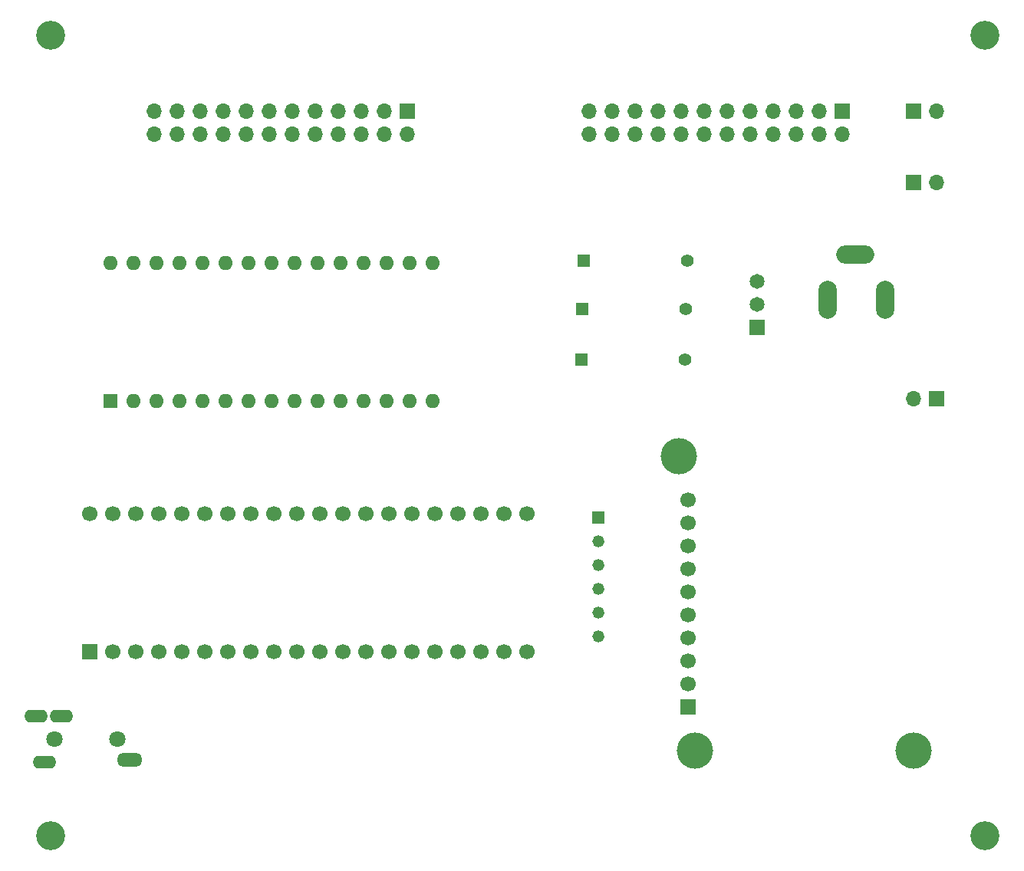
<source format=gbr>
%TF.GenerationSoftware,KiCad,Pcbnew,8.0.6*%
%TF.CreationDate,2025-09-07T21:00:42+02:00*%
%TF.ProjectId,main_board,6d61696e-5f62-46f6-9172-642e6b696361,rev?*%
%TF.SameCoordinates,Original*%
%TF.FileFunction,Soldermask,Bot*%
%TF.FilePolarity,Negative*%
%FSLAX46Y46*%
G04 Gerber Fmt 4.6, Leading zero omitted, Abs format (unit mm)*
G04 Created by KiCad (PCBNEW 8.0.6) date 2025-09-07 21:00:42*
%MOMM*%
%LPD*%
G01*
G04 APERTURE LIST*
%ADD10R,1.700000X1.700000*%
%ADD11O,1.700000X1.700000*%
%ADD12R,1.320800X1.320800*%
%ADD13C,1.320800*%
%ADD14O,2.604000X1.404000*%
%ADD15O,2.820000X1.512000*%
%ADD16C,1.800000*%
%ADD17R,1.397000X1.397000*%
%ADD18C,1.397000*%
%ADD19C,3.200000*%
%ADD20R,1.600000X1.600000*%
%ADD21O,1.600000X1.600000*%
%ADD22C,1.700000*%
%ADD23R,1.651000X1.651000*%
%ADD24C,1.651000*%
%ADD25O,2.000000X4.200000*%
%ADD26O,4.200000X2.000000*%
%ADD27C,4.000000*%
G04 APERTURE END LIST*
D10*
X178562000Y-53340000D03*
D11*
X178562000Y-55880000D03*
X176022000Y-53340000D03*
X176022000Y-55880000D03*
X173482000Y-53340000D03*
X173482000Y-55880000D03*
X170942000Y-53340000D03*
X170942000Y-55880000D03*
X168402000Y-53340000D03*
X168402000Y-55880000D03*
X165862000Y-53340000D03*
X165862000Y-55880000D03*
X163322000Y-53340000D03*
X163322000Y-55880000D03*
X160782000Y-53340000D03*
X160782000Y-55880000D03*
X158242000Y-53340000D03*
X158242000Y-55880000D03*
X155702000Y-53340000D03*
X155702000Y-55880000D03*
X153162000Y-53340000D03*
X153162000Y-55880000D03*
X150622000Y-53340000D03*
X150622000Y-55880000D03*
D10*
X186436000Y-61214000D03*
D11*
X188976000Y-61214000D03*
D12*
X151638000Y-98221800D03*
D13*
X151638000Y-100838000D03*
X151638000Y-103454200D03*
X151638000Y-106070400D03*
X151638000Y-108686600D03*
X151638000Y-111302800D03*
D10*
X186436000Y-53340000D03*
D11*
X188976000Y-53340000D03*
D14*
X92352000Y-120142000D03*
X89552000Y-120142000D03*
D15*
X99852000Y-125002000D03*
D14*
X90452000Y-125222000D03*
D16*
X91552000Y-122682000D03*
X98552000Y-122682000D03*
D17*
X149733000Y-80772000D03*
D18*
X161163000Y-80772000D03*
D19*
X91186000Y-44958000D03*
D20*
X97790000Y-85334000D03*
D21*
X100330000Y-85334000D03*
X102870000Y-85334000D03*
X105410000Y-85334000D03*
X107950000Y-85334000D03*
X110490000Y-85334000D03*
X113030000Y-85334000D03*
X115570000Y-85334000D03*
X118110000Y-85334000D03*
X120650000Y-85334000D03*
X123190000Y-85334000D03*
X125730000Y-85334000D03*
X128270000Y-85334000D03*
X130810000Y-85334000D03*
X133350000Y-85334000D03*
X133350000Y-70094000D03*
X130810000Y-70094000D03*
X128270000Y-70094000D03*
X125730000Y-70094000D03*
X123190000Y-70094000D03*
X120650000Y-70094000D03*
X118110000Y-70094000D03*
X115570000Y-70094000D03*
X113030000Y-70094000D03*
X110490000Y-70094000D03*
X107950000Y-70094000D03*
X105410000Y-70094000D03*
X102870000Y-70094000D03*
X100330000Y-70094000D03*
X97790000Y-70094000D03*
D17*
X149987000Y-69850000D03*
D18*
X161417000Y-69850000D03*
D19*
X194310000Y-133350000D03*
D17*
X149860000Y-75184000D03*
D18*
X161290000Y-75184000D03*
D10*
X95504000Y-113030000D03*
D22*
X98044000Y-113030000D03*
X100584000Y-113030000D03*
X103124000Y-113030000D03*
X105664000Y-113030000D03*
X108204000Y-113030000D03*
X110744000Y-113030000D03*
X113284000Y-113030000D03*
X115824000Y-113030000D03*
X118364000Y-113030000D03*
X120904000Y-113030000D03*
X123444000Y-113030000D03*
X125984000Y-113030000D03*
X128524000Y-113030000D03*
X131064000Y-113030000D03*
X133604000Y-113030000D03*
X136144000Y-113030000D03*
X138684000Y-113030000D03*
X141224000Y-113030000D03*
X143764000Y-113030000D03*
X143764000Y-97790000D03*
X141224000Y-97790000D03*
X138684000Y-97790000D03*
X136144000Y-97790000D03*
X133604000Y-97790000D03*
X131064000Y-97790000D03*
X128524000Y-97790000D03*
X125984000Y-97790000D03*
X123444000Y-97790000D03*
X120904000Y-97790000D03*
X118364000Y-97790000D03*
X115824000Y-97790000D03*
X113284000Y-97790000D03*
X110744000Y-97790000D03*
X108204000Y-97790000D03*
X105664000Y-97790000D03*
X103124000Y-97790000D03*
X100584000Y-97790000D03*
X98044000Y-97790000D03*
X95504000Y-97790000D03*
D23*
X169164000Y-77216000D03*
D24*
X169164000Y-74676000D03*
X169164000Y-72136000D03*
D19*
X194310000Y-44958000D03*
X91186000Y-133350000D03*
D10*
X130556000Y-53340000D03*
D11*
X130556000Y-55880000D03*
X128016000Y-53340000D03*
X128016000Y-55880000D03*
X125476000Y-53340000D03*
X125476000Y-55880000D03*
X122936000Y-53340000D03*
X122936000Y-55880000D03*
X120396000Y-53340000D03*
X120396000Y-55880000D03*
X117856000Y-53340000D03*
X117856000Y-55880000D03*
X115316000Y-53340000D03*
X115316000Y-55880000D03*
X112776000Y-53340000D03*
X112776000Y-55880000D03*
X110236000Y-53340000D03*
X110236000Y-55880000D03*
X107696000Y-53340000D03*
X107696000Y-55880000D03*
X105156000Y-53340000D03*
X105156000Y-55880000D03*
X102616000Y-53340000D03*
X102616000Y-55880000D03*
D25*
X176954000Y-74168000D03*
X183254000Y-74168000D03*
D26*
X179954000Y-69168000D03*
D10*
X188976000Y-85090000D03*
D11*
X186436000Y-85090000D03*
D10*
X161544000Y-119126000D03*
D22*
X161544000Y-116586000D03*
X161544000Y-114046000D03*
X161544000Y-111506000D03*
X161544000Y-108966000D03*
X161544000Y-106426000D03*
X161544000Y-103886000D03*
X161544000Y-101346000D03*
X161544000Y-98806000D03*
X161544000Y-96266000D03*
D27*
X186436000Y-123952000D03*
X162306000Y-123952000D03*
X160528000Y-91440000D03*
M02*

</source>
